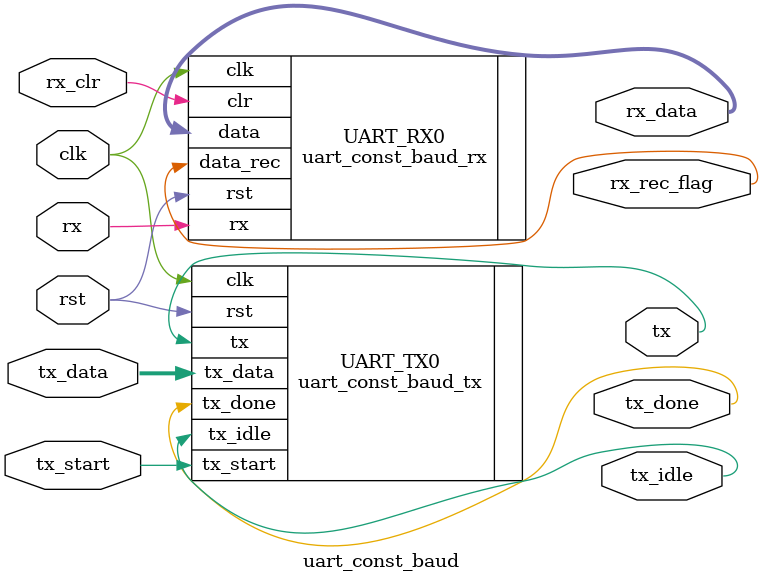
<source format=v>
`timescale 1ns / 1ps

/*
    uart_const_baud #(.clock_freq(),.baud_rate()) UART0(
        .rx_data(),
        .rx_rec_flag(),
        .tx(),
        .tx_done(),
        .tx_idle(),
        .tx_data(),
        .tx_start(),
        .rx(),
        .rx_clr(),
        .clk(),
        .rst()
    );
*/

module uart_const_baud #(parameter clock_freq = 100_000_000,baud_rate = 115200) (
    output[7:0] rx_data,
    output rx_rec_flag,
    output tx,
    output tx_done,
    output tx_idle,
    input[7:0] tx_data,
    input tx_start,
    input rx,
    input rx_clr,
    input clk,
    input rst
    );
    
    uart_const_baud_rx #(.clock_freq(clock_freq),.baud_rate(baud_rate)) UART_RX0(
        .data(rx_data),
        .data_rec(rx_rec_flag),
        .rx(rx),
        .clr(rx_clr),
        .clk(clk),
        .rst(rst)
    );
    
    uart_const_baud_tx #(.clock_freq(clock_freq),.baud_rate(baud_rate)) UART_TX0(
        .tx(tx),
        .tx_done(tx_done),
        .tx_idle(tx_idle),
        .tx_start(tx_start),
        .tx_data(tx_data),
        .clk(clk),
        .rst(rst)
    );
    
endmodule

</source>
